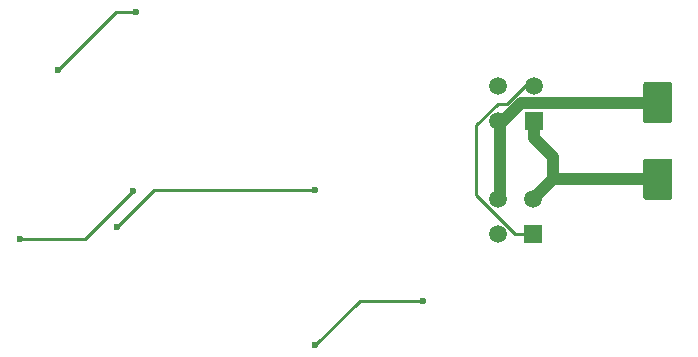
<source format=gbr>
G04 #@! TF.GenerationSoftware,KiCad,Pcbnew,(5.1.6)-1*
G04 #@! TF.CreationDate,2020-11-24T12:42:45+11:00*
G04 #@! TF.ProjectId,Caution_Light_Panel,43617574-696f-46e5-9f4c-696768745f50,rev?*
G04 #@! TF.SameCoordinates,Original*
G04 #@! TF.FileFunction,Copper,L2,Bot*
G04 #@! TF.FilePolarity,Positive*
%FSLAX46Y46*%
G04 Gerber Fmt 4.6, Leading zero omitted, Abs format (unit mm)*
G04 Created by KiCad (PCBNEW (5.1.6)-1) date 2020-11-24 12:42:45*
%MOMM*%
%LPD*%
G01*
G04 APERTURE LIST*
G04 #@! TA.AperFunction,ComponentPad*
%ADD10C,1.520000*%
G04 #@! TD*
G04 #@! TA.AperFunction,ComponentPad*
%ADD11R,1.520000X1.520000*%
G04 #@! TD*
G04 #@! TA.AperFunction,ViaPad*
%ADD12C,0.600000*%
G04 #@! TD*
G04 #@! TA.AperFunction,Conductor*
%ADD13C,1.000000*%
G04 #@! TD*
G04 #@! TA.AperFunction,Conductor*
%ADD14C,0.228600*%
G04 #@! TD*
G04 APERTURE END LIST*
D10*
X158061001Y-94234001D03*
X158061001Y-97234000D03*
X161061000Y-94234001D03*
D11*
X161061000Y-97234000D03*
D10*
X158112001Y-84658201D03*
X158112001Y-87658200D03*
X161112000Y-84658201D03*
D11*
X161112000Y-87658200D03*
G04 #@! TA.AperFunction,SMDPad,CuDef*
G36*
G01*
X172602000Y-87830600D02*
X170602000Y-87830600D01*
G75*
G02*
X170352000Y-87580600I0J250000D01*
G01*
X170352000Y-84580600D01*
G75*
G02*
X170602000Y-84330600I250000J0D01*
G01*
X172602000Y-84330600D01*
G75*
G02*
X172852000Y-84580600I0J-250000D01*
G01*
X172852000Y-87580600D01*
G75*
G02*
X172602000Y-87830600I-250000J0D01*
G01*
G37*
G04 #@! TD.AperFunction*
G04 #@! TA.AperFunction,SMDPad,CuDef*
G36*
G01*
X172602000Y-94330600D02*
X170602000Y-94330600D01*
G75*
G02*
X170352000Y-94080600I0J250000D01*
G01*
X170352000Y-91080600D01*
G75*
G02*
X170602000Y-90830600I250000J0D01*
G01*
X172602000Y-90830600D01*
G75*
G02*
X172852000Y-91080600I0J-250000D01*
G01*
X172852000Y-94080600D01*
G75*
G02*
X172602000Y-94330600I-250000J0D01*
G01*
G37*
G04 #@! TD.AperFunction*
D12*
X127432000Y-78440600D03*
X120855800Y-83312000D03*
X127176800Y-93588400D03*
X117623300Y-97621500D03*
X142555500Y-93479700D03*
X125825800Y-96595800D03*
X151719100Y-102839000D03*
X142610900Y-106602200D03*
D13*
X158289900Y-87658200D02*
X158112000Y-87658200D01*
X171602000Y-86080600D02*
X171586200Y-86096400D01*
X171586200Y-86096400D02*
X160063400Y-86096400D01*
X160063400Y-86096400D02*
X158501600Y-87658200D01*
X158501600Y-87658200D02*
X158289900Y-87658200D01*
X158289900Y-87658200D02*
X158289900Y-94005100D01*
X158289900Y-94005100D02*
X158061000Y-94234000D01*
X161112000Y-87658200D02*
X161112000Y-89096300D01*
X162714400Y-92580600D02*
X161061000Y-94234000D01*
X171602000Y-92580600D02*
X162714400Y-92580600D01*
X161112000Y-89096300D02*
X162714400Y-90698700D01*
X162714400Y-90698700D02*
X162714400Y-92580600D01*
D14*
X127432000Y-78440600D02*
X125727200Y-78440600D01*
X125727200Y-78440600D02*
X120855800Y-83312000D01*
X127176800Y-93588400D02*
X123143700Y-97621500D01*
X123143700Y-97621500D02*
X117623300Y-97621500D01*
X142555500Y-93479700D02*
X128941900Y-93479700D01*
X128941900Y-93479700D02*
X125825800Y-96595800D01*
X142610900Y-106602200D02*
X146374100Y-102839000D01*
X146374100Y-102839000D02*
X151719100Y-102839000D01*
X161112000Y-84658200D02*
X160380800Y-84658200D01*
X160380800Y-84658200D02*
X158862200Y-86176800D01*
X158862200Y-86176800D02*
X158073400Y-86176800D01*
X158073400Y-86176800D02*
X156259100Y-87991100D01*
X156259100Y-87991100D02*
X156259100Y-93943500D01*
X156259100Y-93943500D02*
X159549600Y-97234000D01*
X159549600Y-97234000D02*
X161061000Y-97234000D01*
M02*

</source>
